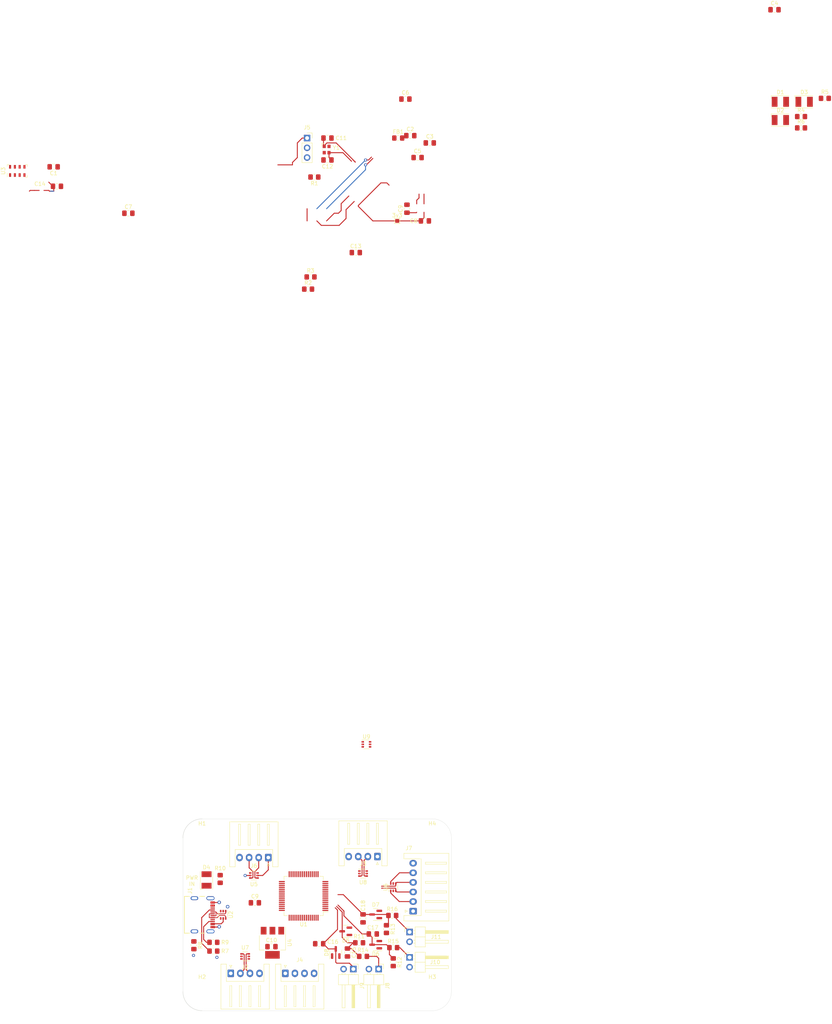
<source format=kicad_pcb>
(kicad_pcb (version 20211014) (generator pcbnew)
  (layers (0 "F.Cu" signal) (31 "B.Cu" signal) (34 "B.Paste" user) (35 "F.Paste" user) (36 "B.SilkS" user "B.Silkscreen") (37 "F.SilkS" user "F.Silkscreen") (38 "B.Mask" user) (39 "F.Mask" user) (44 "Edge.Cuts" user))
  (net 0 "")
  (net 1 "GND")
  (net 2 "+3V3")
  (net 3 "+3.3VA")
  (net 4 "/STM32F412/D+")
  (net 5 "/STM32F412/D-")
  (net 6 "VBUS")
  (net 7 "Net-(R1-Pad1)")
  (net 8 "/STM32F412/HSE_IN")
  (net 9 "/STM32F412/HSE_OUT")
  (net 10 "Net-(C13-Pad1)")
  (net 11 "/STM32F412/SCL")
  (net 12 "/STM32F412/SDA")
  (net 13 "/STM32F412/RX")
  (net 14 "/STM32F412/TX")
  (net 15 "/STM32F412/SWDCLK")
  (net 16 "/STM32F412/SWDIO")
  (net 17 "Net-(J5-Pad2)")
  (net 18 "/STM32F412/CAN_RX")
  (net 19 "/STM32F412/CAN_TX")
  (net 20 "Net-(D1-Pad2)")
  (net 21 "Net-(D2-Pad2)")
  (net 22 "Net-(D3-Pad2)")
  (net 23 "unconnected-(C9-Pad1)")
  (net 24 "Net-(J1-PadA5)")
  (net 26 "Net-(J1-PadB5)")
  (net 28 "Net-(J1-PadS1)")
  (net 29 "/STM32F412/ADC1_IN1")
  (net 50 "/STM32F412/ADC1_IN0")
  (net 51 "/STM32F412/ADC1_IN2")
  (net 61 "/STM32F412/ADC1_IN3")
  (net 62 "/STM32F412/I2S2_ext_SD")
  (net 63 "/STM32F412/I2S2_SD")
  (net 64 "/STM32F412/I2S2_CK")
  (net 65 "/STM32F412/I2S2_WS")
  (net 66 "Net-(J8-Pad1)")
  (net 75 "Net-(D4-Pad2)")
  (net 76 "Net-(J10-Pad1)")
  (net 77 "Net-(J11-Pad1)")
  (footprint "Capacitor_SMD:C_0805_2012Metric_Pad1.18x1.45mm_HandSolder" (layer "F.Cu") (at 91.303928 -104.942 180)
    (fp_text reference "C1")
    (fp_text value "10u")
  )
  (footprint "Capacitor_SMD:C_0805_2012Metric_Pad1.18x1.45mm_HandSolder" (layer "F.Cu") (at 184.2725 -113.07)
    (fp_text reference "C2")
    (fp_text value "100n")
  )
  (footprint "Capacitor_SMD:C_0805_2012Metric_Pad1.18x1.45mm_HandSolder" (layer "F.Cu") (at 189.3525 -111.165)
    (fp_text reference "C3")
    (fp_text value "100n")
  )
  (footprint "Capacitor_SMD:C_0805_2012Metric_Pad1.18x1.45mm_HandSolder" (layer "F.Cu") (at 279.224 -145.888)
    (fp_text reference "C4")
    (fp_text value "100n")
  )
  (footprint "Capacitor_SMD:C_0805_2012Metric_Pad1.18x1.45mm_HandSolder" (layer "F.Cu") (at 186.1775 -107.355)
    (fp_text reference "C5")
    (fp_text value "100n")
  )
  (footprint "Capacitor_SMD:C_0805_2012Metric_Pad1.18x1.45mm_HandSolder" (layer "F.Cu") (at 183.0025 -122.595)
    (fp_text reference "C6")
    (fp_text value "10n")
  )
  (footprint "Capacitor_SMD:C_0805_2012Metric_Pad1.18x1.45mm_HandSolder" (layer "F.Cu") (at 110.7825 -92.836999)
    (fp_text reference "C7")
    (fp_text value "1u")
  )
  (footprint "Capacitor_SMD:C_0805_2012Metric_Pad1.18x1.45mm_HandSolder" (layer "F.Cu") (at 188.0825 -90.845)
    (fp_text reference "C8")
    (fp_text value "1u")
  )
  (footprint "Package_QFP:LQFP-64_10x10mm_P0.5mm" (layer "F.Cu") (at 156.464 85.09 180)
    (fp_text reference "U1")
    (fp_text value "STM32F412RGTx")
  )
  (footprint "MountingHole:MountingHole_3.2mm_M3_DIN965" (layer "F.Cu") (at 130 70)
    (fp_text reference "H1")
    (fp_text value "MountingHole")
  )
  (footprint "MountingHole:MountingHole_3.2mm_M3_DIN965" (layer "F.Cu") (at 130 110)
    (fp_text reference "H2")
    (fp_text value "MountingHole")
  )
  (footprint "MountingHole:MountingHole_3.2mm_M3_DIN965" (layer "F.Cu") (at 190 110)
    (fp_text reference "H3")
    (fp_text value "MountingHole")
  )
  (footprint "MountingHole:MountingHole_3.2mm_M3_DIN965" (layer "F.Cu") (at 190 70)
    (fp_text reference "H4")
    (fp_text value "MountingHole")
  )
  (footprint "Inductor_SMD:L_0805_2012Metric_Pad1.15x1.40mm_HandSolder" (layer "F.Cu") (at 181.135 -112.435)
    (fp_text reference "FB1")
    (fp_text value "Ferrite_Bead_Small")
  )
  (footprint "Package_TO_SOT_SMD:SOT-363_SC-70-6" (layer "F.Cu") (at 135.5 90 -90)
    (fp_text reference "U2")
    (fp_text value "NUP4202")
  )
  (footprint "Package_LGA:LGA-8_3x5mm_P1.25mm" (layer "F.Cu") (at 81.815 -103.867 90)
    (fp_text reference "U3")
    (fp_text value "MS5611-01BA")
  )
  (footprint "Capacitor_SMD:C_0805_2012Metric_Pad1.18x1.45mm_HandSolder" (layer "F.Cu") (at 183.405 -94.02 90)
    (fp_text reference "C9")
    (fp_text value "10n")
  )
  (footprint "Capacitor_SMD:C_0805_2012Metric_Pad1.18x1.45mm_HandSolder" (layer "F.Cu") (at 148.082 98.298)
    (fp_text reference "C10")
    (fp_text value "10u")
  )
  (footprint "Resistor_SMD:R_0805_2012Metric_Pad1.20x1.40mm_HandSolder" (layer "F.Cu") (at 159.275 -102.275 180)
    (fp_text reference "R1")
    (fp_text value "10k")
  )
  (footprint "Capacitor_SMD:C_0805_2012Metric_Pad1.18x1.45mm_HandSolder" (layer "F.Cu") (at 162.6825 -112.435)
    (fp_text reference "C11")
    (fp_text value "14p")
  )
  (footprint "Capacitor_SMD:C_0805_2012Metric_Pad1.18x1.45mm_HandSolder" (layer "F.Cu") (at 162.6825 -106.72 180)
    (fp_text reference "C12")
    (fp_text value "14p")
  )
  (footprint "Capacitor_SMD:C_0805_2012Metric_Pad1.18x1.45mm_HandSolder" (layer "F.Cu") (at 170.07 -82.59)
    (fp_text reference "C13")
    (fp_text value "100n")
  )
  (footprint "Capacitor_SMD:C_0805_2012Metric_Pad1.18x1.45mm_HandSolder" (layer "F.Cu") (at 92.171428 -99.862 180)
    (fp_text reference "C14")
    (fp_text value "100n")
  )
  (footprint "Connector_PinSocket_2.54mm:PinSocket_1x03_P2.54mm_Vertical" (layer "F.Cu") (at 157.37 -112.435)
    (fp_text reference "J5")
    (fp_text value "Conn_01x03")
  )
  (footprint "Resistor_SMD:R_0805_2012Metric_Pad1.20x1.40mm_HandSolder" (layer "F.Cu") (at 157.64 -73.065)
    (fp_text reference "R2")
    (fp_text value "10k")
  )
  (footprint "Resistor_SMD:R_0805_2012Metric_Pad1.20x1.40mm_HandSolder" (layer "F.Cu") (at 158.275 -76.24)
    (fp_text reference "R3")
    (fp_text value "10k")
  )
  (footprint "TestPoint:TestPoint_Pad_1.0x1.0mm" (layer "F.Cu") (at 180.865 -90.845)
    (fp_text reference "3v3")
    (fp_text value "TestPoint")
  )
  (footprint "Crystal:Crystal_SMD_Abracon_ABM10-4Pin_2.5x2.0mm" (layer "F.Cu") (at 162.46 -109.45)
    (fp_text reference "Y1")
    (fp_text value "Crystal_GND24_Small")
  )
  (footprint "LED_SMD:LED_PLCC-2" (layer "F.Cu") (at 280.748 -121.885)
    (fp_text reference "D1")
    (fp_text value "LED")
  )
  (footprint "LED_SMD:LED_PLCC-2" (layer "F.Cu") (at 280.748 -117.135)
    (fp_text reference "D2")
    (fp_text value "LED")
  )
  (footprint "LED_SMD:LED_PLCC-2" (layer "F.Cu") (at 286.948 -121.885)
    (fp_text reference "D3")
    (fp_text value "LED")
  )
  (footprint "Resistor_SMD:R_0805_2012Metric_Pad1.20x1.40mm_HandSolder" (layer "F.Cu") (at 286.148 -118.035)
    (fp_text reference "R4")
    (fp_text value "10k")
  )
  (footprint "Resistor_SMD:R_0805_2012Metric_Pad1.20x1.40mm_HandSolder" (layer "F.Cu") (at 292.348 -122.785)
    (fp_text reference "R5")
    (fp_text value "10k")
  )
  (footprint "Resistor_SMD:R_0805_2012Metric_Pad1.20x1.40mm_HandSolder" (layer "F.Cu") (at 286.148 -115.085)
    (fp_text reference "R6")
    (fp_text value "10k")
  )
  (footprint "Resistor_SMD:R_0805_2012Metric_Pad1.20x1.40mm_HandSolder" (layer "F.Cu") (at 127.858 97.938 -90)
    (fp_text reference "R8")
    (fp_text value "1M")
  )
  (footprint "Connector_JST:JST_XH_S4B-XH-A_1x04_P2.50mm_Horizontal" (layer "F.Cu") (at 137.474 105.262)
    (fp_text reference "J2")
    (fp_text value "Conn_01x04")
  )
  (footprint "Resistor_SMD:R_0805_2012Metric_Pad1.20x1.40mm_HandSolder" (layer "F.Cu") (at 132.938 97.176)
    (fp_text reference "R9")
    (fp_text value "5.11k")
  )
  (footprint "Resistor_SMD:R_0805_2012Metric_Pad1.20x1.40mm_HandSolder" (layer "F.Cu") (at 179.578 90.17)
    (fp_text reference "R16")
    (fp_text value "10k")
  )
  (footprint "Resistor_SMD:R_0805_2012Metric_Pad1.20x1.40mm_HandSolder" (layer "F.Cu") (at 178.054 93.726 -90)
    (fp_text reference "R13")
    (fp_text value "10k")
  )
  (footprint "Resistor_SMD:R_0805_2012Metric_Pad1.20x1.40mm_HandSolder" (layer "F.Cu") (at 170.942 97.282)
    (fp_text reference "R11")
    (fp_text value "10k")
  )
  (footprint "Package_TO_SOT_SMD:SOT-363_SC-70-6" (layer "F.Cu") (at 172.84 45.578)
    (fp_text reference "U9")
    (fp_text value "NUP4202")
  )
  (footprint "Connector_JST:JST_XH_S4B-XH-A_1x04_P2.50mm_Horizontal" (layer "F.Cu") (at 151.698 105.262)
    (fp_text reference "J4")
    (fp_text value "Conn_01x04")
  )
  (footprint "Connector_JST:JST_XH_S4B-XH-A_1x04_P2.50mm_Horizontal" (layer "F.Cu") (at 147.26 75.078 180)
    (fp_text reference "J6")
    (fp_text value "Conn_01x04")
  )
  (footprint "Connector_PinHeader_2.54mm:PinHeader_1x02_P2.54mm_Horizontal" (layer "F.Cu") (at 169.423 104.14 -90)
    (fp_text reference "J9")
    (fp_text value "Conn_01x02")
  )
  (footprint "Resistor_SMD:R_0805_2012Metric_Pad1.20x1.40mm_HandSolder" (layer "F.Cu") (at 134.716 80.666 90)
    (fp_text reference "R10")
    (fp_text value "10k")
  )
  (footprint "Connector_JST:JST_XH_S6B-XH-A_1x06_P2.50mm_Horizontal" (layer "F.Cu") (at 185.018 89.054 90)
    (fp_text reference "J7")
    (fp_text value "Conn_01x06")
  )
  (footprint "MyLib:GCT_USB4105-GF-A" (layer "F.Cu") (at 128 90 -90)
    (fp_text reference "J1")
    (fp_text value "USB4105-GF-A")
  )
  (footprint "Capacitor_SMD:C_0805_2012Metric_Pad1.18x1.45mm_HandSolder" (layer "F.Cu") (at 143.764 86.868)
    (fp_text reference "C9")
    (fp_text value "100nF")
  )
  (footprint "Package_TO_SOT_SMD:SOT-23" (layer "F.Cu") (at 175.26 97.79 180)
    (fp_text reference "D6")
    (fp_text value "BAV99")
  )
  (footprint "Capacitor_SMD:C_0805_2012Metric_Pad1.18x1.45mm_HandSolder" (layer "F.Cu") (at 160.528 97.536 180)
    (fp_text reference "C16")
    (fp_text value "100pF")
  )
  (footprint "Package_TO_SOT_SMD:SOT-363_SC-70-6" (layer "F.Cu") (at 171.958 79.248)
    (fp_text reference "U8")
    (fp_text value "NUP4202")
  )
  (footprint "Package_TO_SOT_SMD:SOT-363_SC-70-6" (layer "F.Cu") (at 179.832 82.804 90)
    (fp_text reference "U6")
    (fp_text value "NUP4202")
  )
  (footprint "Capacitor_SMD:C_0805_2012Metric_Pad1.18x1.45mm_HandSolder" (layer "F.Cu") (at 167.894 99.822 -90)
    (fp_text reference "C15")
    (fp_text value "100pF")
  )
  (footprint "Package_TO_SOT_SMD:SOT-23" (layer "F.Cu") (at 164.846 99.822 90)
    (fp_text reference "D8")
    (fp_text value "BAV99")
  )
  (footprint "Connector_PinHeader_2.54mm:PinHeader_1x02_P2.54mm_Horizontal" (layer "F.Cu") (at 184.093 101.092)
    (fp_text reference "J10")
    (fp_text value "Conn_01x02")
  )
  (footprint "Resistor_SMD:R_0805_2012Metric_Pad1.20x1.40mm_HandSolder" (layer "F.Cu") (at 132.938 99.462)
    (fp_text reference "R7")
    (fp_text value "5.11k")
  )
  (footprint "Resistor_SMD:R_0805_2012Metric_Pad1.20x1.40mm_HandSolder" (layer "F.Cu") (at 179.832 102.362 -90)
    (fp_text reference "R12")
    (fp_text value "10k")
  )
  (footprint "Resistor_SMD:R_0805_2012Metric_Pad1.20x1.40mm_HandSolder" (layer "F.Cu") (at 179.832 98.552)
    (fp_text reference "R15")
    (fp_text value "10k")
  )
  (footprint "Capacitor_SMD:C_0805_2012Metric_Pad1.18x1.45mm_HandSolder" (layer "F.Cu") (at 171.958 90.932 -90)
    (fp_text reference "C18")
    (fp_text value "100pF")
  )
  (footprint "Connector_PinHeader_2.54mm:PinHeader_1x02_P2.54mm_Horizontal" (layer "F.Cu") (at 176.027 104.14 -90)
    (fp_text reference "J8")
    (fp_text value "Conn_01x02")
  )
  (footprint "Resistor_SMD:R_0805_2012Metric_Pad1.20x1.40mm_HandSolder" (layer "F.Cu") (at 171.958 100.838)
    (fp_text reference "R14")
    (fp_text value "10k")
  )
  (footprint "LED_SMD:LED_PLCC-2" (layer "F.Cu") (at 131.16 80.92 90)
    (fp_text reference "D4")
    (fp_text value "LED")
  )
  (footprint "Package_TO_SOT_SMD:SOT-23" (layer "F.Cu") (at 167.4645 94.3 180)
    (fp_text reference "D5")
    (fp_text value "BAV99")
  )
  (footprint "Capacitor_SMD:C_0805_2012Metric_Pad1.18x1.45mm_HandSolder" (layer "F.Cu") (at 174.498 94.996)
    (fp_text reference "C17")
    (fp_text value "100pF")
  )
  (footprint "Package_TO_SOT_SMD:SOT-363_SC-70-6" (layer "F.Cu") (at 143.51 79.756)
    (fp_text reference "U5")
    (fp_text value "NUP4202")
  )
  (footprint "Package_TO_SOT_SMD:SOT-23" (layer "F.Cu") (at 175.26 89.916 180)
    (fp_text reference "D7")
    (fp_text value "BAV99")
  )
  (footprint "Connector_JST:JST_XH_S4B-XH-A_1x04_P2.50mm_Horizontal" (layer "F.Cu") (at 175.708 74.824 180)
    (fp_text reference "J3")
    (fp_text value "Conn_01x04")
  )
  (footprint "Connector_PinHeader_2.54mm:PinHeader_1x02_P2.54mm_Horizontal" (layer "F.Cu") (at 184.093 94.488)
    (fp_text reference "J11")
    (fp_text value "Conn_01x02")
  )
  (footprint "Package_TO_SOT_SMD:SOT-363_SC-70-6" (layer "F.Cu") (at 141.224 100.838 180)
    (fp_text reference "U7")
    (fp_text value "NUP4202")
  )
  (footprint "Package_TO_SOT_SMD:SOT-223-3_TabPin2" (layer "F.Cu") (at 148.336 97.282 -90)
    (fp_text reference "U4")
    (fp_text value "AMS1117-3.3")
  )
  (gr_arc (start 195 110) (mid 193.535534 113.535534) (end 190 115) (layer "Edge.Cuts") (width 0.05))
  (gr_line (start 130 65) (end 190 65) (layer "Edge.Cuts") (width 0.05))
  (gr_arc (start 125 70) (mid 126.464466 66.464466) (end 130 65) (layer "Edge.Cuts") (width 0.1))
  (gr_arc (start 130 115) (mid 126.464466 113.535534) (end 125 110) (layer "Edge.Cuts") (width 0.1))
  (gr_arc (start 190 65) (mid 193.535534 66.464466) (end 195 70) (layer "Edge.Cuts") (width 0.05))
  (gr_line (start 195 110) (end 195 70) (layer "Edge.Cuts") (width 0.05))
  (gr_line (start 125 70) (end 125 110) (layer "Edge.Cuts") (width 0.05))
  (gr_line (start 130 115) (end 190 115) (layer "Edge.Cuts") (width 0.05))
  (gr_text "PWR\nIN" (at 127.35 81.174) (layer "F.SilkS") (effects (font (size 1 1))))
  (segment (start 186.55 -96.83) (end 185.95 -96.23) (width 0.25) (layer "F.Cu") (net 0))
  (segment (start 186.55 -97.83) (end 186.55 -96.83) (width 0.25) (layer "F.Cu") (net 0))
  (segment (start 185.95 -96.23) (end 185.95 -95.29) (width 0.25) (layer "F.Cu") (net 0))
  (segment (start 132.755 93.2) (end 134.374 93.2) (width 0.25) (layer "F.Cu") (net 1))
  (segment (start 91.33 -99.637) (end 90.03 -100.937) (width 0.25) (layer "F.Cu") (net 1))
  (segment (start 91.33 -98.592) (end 91.33 -99.637) (width 0.25) (layer "F.Cu") (net 1))
  (segment (start 141.224 79.756) (end 142.56 79.756) (width 0.25) (layer "F.Cu") (net 1))
  (segment (start 88.78 -98.787) (end 90.03 -98.787) (width 0.25) (layer "F.Cu") (net 1))
  (segment (start 134.424 86.8) (end 134.462 86.762) (width 0.25) (layer "F.Cu") (net 1))
  (segment (start 90.225 -98.592) (end 90.03 -98.787) (width 0.25) (layer "F.Cu") (net 1))
  (segment (start 132.755 86.8) (end 134.424 86.8) (width 0.25) (layer "F.Cu") (net 1))
  (segment (start 134.374 93.2) (end 134.462 93.112) (width 0.25) (layer "F.Cu") (net 1))
  (segment (start 91.33 -98.592) (end 90.225 -98.592) (width 0.25) (layer "F.Cu") (net 1))
  (via (at 134.462 93.112) (size 0.9) (drill 0.5) (layers "F.Cu" "B.Cu") (net 1))
  (via (at 134.462 86.762) (size 0.9) (drill 0.5) (layers "F.Cu" "B.Cu") (net 1))
  (via (at 136.652 87.884) (size 0.9) (drill 0.5) (layers "F.Cu" "B.Cu") (net 1))
  (via (at 127.762 100.584) (size 0.8) (drill 0.4) (layers "F.Cu" "B.Cu") (net 1))
  (via (at 141.224 79.756) (size 0.8) (drill 0.4) (layers "F.Cu" "B.Cu") (net 1))
  (via (at 133.858 101.092) (size 0.8) (drill 0.4) (layers "F.Cu" "B.Cu") (net 1))
  (segment (start 91.33 -98.592) (end 90.4625 -98.592) (width 0.25) (layer "B.Cu") (net 1))
  (segment (start 157.37 -90.845) (end 157.37 -94.02) (width 0.25) (layer "F.Cu") (net 2))
  (segment (start 178.156195 -100.755125) (end 176.622763 -100.755125) (width 0.25) (layer "F.Cu") (net 2))
  (segment (start 178.75066 -100.16066) (end 178.156195 -100.755125) (width 0.25) (layer "F.Cu") (net 2))
  (segment (start 187.045 -90.845) (end 180.865 -90.845) (width 0.25) (layer "F.Cu") (net 2))
  (segment (start 153.56 -106.085) (end 154.83 -107.355) (width 0.25) (layer "F.Cu") (net 2))
  (segment (start 156.1 -112.435) (end 157.37 -112.435) (width 0.25) (layer "F.Cu") (net 2))
  (segment (start 86.28 -98.787) (end 85.175 -98.787) (width 0.25) (layer "F.Cu") (net 2))
  (segment (start 144.46 79.756) (end 145.796 79.756) (width 0.25) (layer "F.Cu") (net 2))
  (segment (start 170.724998 -94.635002) (end 170.724998 -94.85736) (width 0.25) (layer "F.Cu") (net 2))
  (segment (start 187.85 -93.09) (end 187.85 -91.65) (width 0.25) (layer "F.Cu") (net 2))
  (segment (start 187.85 -91.65) (end 187.045 -90.845) (width 0.25) (layer "F.Cu") (net 2))
  (segment (start 85.175 -98.787) (end 84.98 -98.592) (width 0.25) (layer "F.Cu") (net 2))
  (segment (start 147.26 78.292) (end 147.26 75.078) (width 0.25) (layer "F.Cu") (net 2))
  (segment (start 176.622763 -100.755125) (end 170.724998 -94.85736) (width 0.25) (layer "F.Cu") (net 2))
  (segment (start 174.515 -90.845) (end 170.724998 -94.635002) (width 0.25) (layer "F.Cu") (net 2))
  (segment (start 153.56 -105.45) (end 153.56 -106.085) (width 0.25) (layer "F.Cu") (net 2))
  (segment (start 145.796 79.756) (end 147.26 78.292) (width 0.25) (layer "F.Cu") (net 2))
  (segment (start 149.75 -105.45) (end 153.56 -105.45) (width 0.25) (layer "F.Cu") (net 2))
  (segment (start 180.865 -90.845) (end 174.515 -90.845) (width 0.25) (layer "F.Cu") (net 2))
  (segment (start 86.28 -98.787) (end 87.53 -98.787) (width 0.25) (layer "F.Cu") (net 2))
  (segment (start 154.83 -107.355) (end 154.83 -111.165) (width 0.25) (layer "F.Cu") (net 2))
  (segment (start 154.83 -111.165) (end 156.1 -112.435) (width 0.25) (layer "F.Cu") (net 2))
  (segment (start 131.88 90.7) (end 131.88 89.8) (width 0.2) (layer "F.Cu") (net 4))
  (segment (start 132.755 90.75) (end 131.93 90.75) (width 0.2) (layer "F.Cu") (net 4))
  (segment (start 131.93 89.75) (end 132.755 89.75) (width 0.2) (layer "F.Cu") (net 4))
  (segment (start 132.755 90.75) (end 133.925 90.75) (width 0.2) (layer "F.Cu") (net 4))
  (segment (start 136.15 90.425) (end 136.15 90.95) (width 0.2) (layer "F.Cu") (net 4))
  (segment (start 135.895 90.17) (end 136.15 90.425) (width 0.2) (layer "F.Cu") (net 4))
  (segment (start 133.925 90.75) (end 134.505 90.17) (width 0.2) (layer "F.Cu") (net 4))
  (segment (start 134.505 90.17) (end 135.895 90.17) (width 0.2) (layer "F.Cu") (net 4))
  (segment (start 131.88 89.8) (end 131.93 89.75) (width 0.2) (layer "F.Cu") (net 4))
  (segment (start 131.93 90.75) (end 131.88 90.7) (width 0.2) (layer "F.Cu") (net 4))
  (segment (start 136.15 89.575) (end 135.975 89.75) (width 0.2) (layer "F.Cu") (net 5))
  (segment (start 132.755 90.25) (end 133.58 90.25) (width 0.2) (layer "F.Cu") (net 5))
  (segment (start 133.63 90.2) (end 133.63 89.3) (width 0.2) (layer "F.Cu") (net 5))
  (segment (start 134.08 89.75) (end 133.58 89.25) (width 0.2) (layer "F.Cu") (net 5))
  (segment (start 136.15 89.05) (end 136.15 89.575) (width 0.2) (layer "F.Cu") (net 5))
  (segment (start 133.58 89.25) (end 132.755 89.25) (width 0.2) (layer "F.Cu") (net 5))
  (segment (start 133.63 89.3) (end 133.58 89.25) (width 0.2) (layer "F.Cu") (net 5))
  (segment (start 133.58 90.25) (end 133.63 90.2) (width 0.2) (layer "F.Cu") (net 5))
  (segment (start 135.975 89.75) (end 134.08 89.75) (width 0.2) (layer "F.Cu") (net 5))
  (segment (start 134.983 92.337) (end 135.5 91.82) (width 0.25) (layer "F.Cu") (net 6))
  (segment (start 132.818 92.337) (end 134.983 92.337) (width 0.25) (layer "F.Cu") (net 6))
  (segment (start 135.5 91.82) (end 135.5 90.95) (width 0.25) (layer "F.Cu") (net 6))
  (segment (start 132.755 92.4) (end 132.818 92.337) (width 0.25) (layer "F.Cu") (net 6))
  (segment (start 187.85 -97.83) (end 187.85 -95.29) (width 0.25) (layer "F.Cu") (net 6))
  (segment (start 161.835 -110.460002) (end 161.835 -110.275) (width 0.25) (layer "F.Cu") (net 8))
  (segment (start 161.645 -112.435) (end 161.645 -110.465) (width 0.25) (layer "F.Cu") (net 8))
  (segment (start 169.310785 -106.772109) (end 169.90525 -106.177644) (width 0.25) (layer "F.Cu") (net 8))
  (segment (start 164.953232 -111.165) (end 162.539998 -111.165) (width 0.25) (layer "F.Cu") (net 8))
  (segment (start 162.539998 -111.165) (end 161.835 -110.460002) (width 0.25) (layer "F.Cu") (net 8))
  (segment (start 161.645 -110.465) (end 161.835 -110.275) (width 0.25) (layer "F.Cu") (net 8))
  (segment (start 169.90525 -106.177644) (end 169.940588 -106.177644) (width 0.25) (layer "F.Cu") (net 8))
  (segment (start 169.940588 -106.177644) (end 164.953232 -111.165) (width 0.25) (layer "F.Cu") (net 8))
  (segment (start 168.921893 -106.418555) (end 166.715448 -108.625) (width 0.25) (layer "F.Cu") (net 9))
  (segment (start 163.085 -107.355) (end 163.72 -106.72) (width 0.25) (layer "F.Cu") (net 9))
  (segment (start 168.957231 -106.418555) (end 168.921893 -106.418555) (width 0.25) (layer "F.Cu") (net 9))
  (segment (start 163.085 -108.625) (end 163.085 -107.355) (width 0.25) (layer "F.Cu") (net 9))
  (segment (start 166.715448 -108.625) (end 163.085 -108.625) (width 0.25) (layer "F.Cu") (net 9))
  (segment (start 141.599 100.188) (end 141.478 100.309) (width 0.25) (layer "F.Cu") (net 11))
  (segment (start 141.478 100.309) (end 141.478 104.266) (width 0.25) (layer "F.Cu") (net 11))
  (segment (start 142.174 100.188) (end 141.599 100.188) (width 0.25) (layer "F.Cu") (net 11))
  (segment (start 141.478 104.266) (end 142.474 105.262) (width 0.25) (layer "F.Cu") (net 11))
  (segment (start 140.799 100.188) (end 140.274 100.188) (width 0.25) (layer "F.Cu") (net 12))
  (segment (start 140.97 104.266) (end 140.97 100.359) (width 0.25) (layer "F.Cu") (net 12))
  (segment (start 140.97 100.359) (end 140.799 100.188) (width 0.25) (layer "F.Cu") (net 12))
  (segment (start 139.974 105.262) (end 140.97 104.266) (width 0.25) (layer "F.Cu") (net 12))
  (segment (start 171.704 75.82) (end 170.708 74.824) (width 0.25) (layer "F.Cu") (net 13))
  (segment (start 168.250125 -97.332233) (end 166.26 -95.342108) (width 0.25) (layer "F.Cu") (net 13))
  (segment (start 171.533 79.898) (end 171.704 79.727) (width 0.25) (layer "F.Cu") (net 13))
  (segment (start 166.26 -95.342108) (end 166.26 -93.550998) (width 0.25) (layer "F.Cu") (net 13))
  (segment (start 171.008 79.898) (end 171.533 79.898) (width 0.25) (layer "F.Cu") (net 13))
  (segment (start 165.554001 -92.844999) (end 164.449999 -92.844999) (width 0.25) (layer "F.Cu") (net 13))
  (segment (start 171.704 79.727) (end 171.704 75.82) (width 0.25) (layer "F.Cu") (net 13))
  (segment (start 166.26 -93.550998) (end 165.554001 -92.844999) (width 0.25) (layer "F.Cu") (net 13))
  (segment (start 164.449999 -92.844999) (end 162.45 -90.845) (width 0.25) (layer "F.Cu") (net 13))
  (segment (start 172.212 75.82) (end 173.208 74.824) (width 0.25) (layer "F.Cu") (net 14))
  (segment (start 172.333 79.898) (end 172.212 79.777) (width 0.25) (layer "F.Cu") (net 14))
  (segment (start 165.719999 -89.669999) (end 161.085001 -89.669999) (width 0.25) (layer "F.Cu") (net 14))
  (segment (start 169.664338 -95.91802) (end 167.53 -93.783682) (width 0.25) (layer "F.Cu") (net 14))
  (segment (start 161.085001 -89.669999) (end 159.91 -90.845) (width 0.25) (layer "F.Cu") (net 14))
  (segment (start 167.53 -91.48) (end 165.719999 -89.669999) (width 0.25) (layer "F.Cu") (net 14))
  (segment (start 172.212 79.777) (end 172.212 75.82) (width 0.25) (layer "F.Cu") (net 14))
  (segment (start 172.908 79.898) (end 172.333 79.898) (width 0.25) (layer "F.Cu") (net 14))
  (segment (start 167.53 -93.783682) (end 167.53 -91.48) (width 0.25) (layer "F.Cu") (net 14))
  (segment (start 143.085 80.406) (end 142.56 80.406) (width 0.25) (layer "F.Cu") (net 15))
  (segment (start 143.256 80.235) (end 143.085 80.406) (width 0.25) (layer "F.Cu") (net 15))
  (segment (start 142.26 75.078) (end 142.26 77.744) (width 0.25) (layer "F.Cu") (net 15))
  (segment (start 142.26 77.744) (end 143.256 78.74) (width 0.25) (layer "F.Cu") (net 15))
  (segment (start 143.256 78.74) (end 143.256 80.235) (width 0.25) (layer "F.Cu") (net 15))
  (segment (start 143.764 78.74) (end 144.76 77.744) (width 0.25) (layer "F.Cu") (net 16))
  (segment (start 143.764 80.285) (end 143.764 78.74) (width 0.25) (layer "F.Cu") (net 16))
  (segment (start 144.46 80.406) (end 143.885 80.406) (width 0.25) (layer "F.Cu") (net 16))
  (segment (start 143.885 80.406) (end 143.764 80.285) (width 0.25) (layer "F.Cu") (net 16))
  (segment (start 144.76 77.744) (end 144.76 75.078) (width 0.25) (layer "F.Cu") (net 16))
  (segment (start 172.832358 -105.45) (end 172.61 -105.45) (width 0.25) (layer "F.Cu") (net 18))
  (segment (start 174.50802 -107.125662) (end 172.832358 -105.45) (width 0.25) (layer "F.Cu") (net 18))
  (via (at 172.61 -105.45) (size 0.8) (drill 0.4) (layers "F.Cu" "B.Cu") (net 18))
  (segment (start 172.61 -104.18) (end 162.45 -94.02) (width 0.25) (layer "B.Cu") (net 18))
  (segment (start 172.61 -105.45) (end 172.61 -104.18) (width 0.25) (layer "B.Cu") (net 18))
  (segment (start 173.39525 -106.72) (end 172.61 -106.72) (width 0.25) (layer "F.Cu") (net 19))
  (segment (start 174.154466 -107.479216) (end 173.39525 -106.72) (width 0.25) (layer "F.Cu") (net 19))
  (via (at 172.61 -106.72) (size 0.8) (drill 0.4) (layers "F.Cu" "B.Cu") (net 19))
  (segment (start 172.61 -106.72) (end 159.91 -94.02) (width 0.25) (layer "B.Cu") (net 19))
  (segment (start 185.8425 -92.9825) (end 185.95 -93.09) (width 0.25) (layer "F.Cu") (net 23))
  (segment (start 183.405 -92.9825) (end 185.8425 -92.9825) (width 0.25) (layer "F.Cu") (net 23))
  (segment (start 129.89 90.74) (end 131.88 88.75) (width 0.25) (layer "F.Cu") (net 24))
  (segment (start 131.938 99.462) (end 129.89 97.414) (width 0.25) (layer "F.Cu") (net 24))
  (segment (start 131.88 88.75) (end 132.755 88.75) (width 0.25) (layer "F.Cu") (net 24))
  (segment (start 129.89 97.414) (end 129.89 90.74) (width 0.25) (layer "F.Cu") (net 24))
  (segment (start 131.76 91.75) (end 132.755 91.75) (width 0.25) (layer "F.Cu") (net 26))
  (segment (start 130.398 93.112) (end 131.76 91.75) (width 0.25) (layer "F.Cu") (net 26))
  (segment (start 131.938 97.176) (end 131.16 97.176) (width 0.25) (layer "F.Cu") (net 26))
  (segment (start 130.398 96.414) (end 130.398 93.112) (width 0.25) (layer "F.Cu") (net 26))
  (segment (start 131.16 97.176) (end 130.398 96.414) (width 0.25) (layer "F.Cu") (net 26))
  (segment (start 166.527 95.915) (end 167.894 97.282) (width 0.25) (layer "F.Cu") (net 29))
  (segment (start 166.527 94.3) (end 166.527 95.915) (width 0.25) (layer "F.Cu") (net 29))
  (segment (start 166.527 89.286806) (end 165.060928 87.820734) (width 0.25) (layer "F.Cu") (net 29))
  (segment (start 169.3965 97.282) (end 167.894 98.7845) (width 0.25) (layer "F.Cu") (net 29))
  (segment (start 168.9045 98.7845) (end 170.958 100.838) (width 0.25) (layer "F.Cu") (net 29))
  (segment (start 167.894 98.7845) (end 168.9045 98.7845) (width 0.25) (layer "F.Cu") (net 29))
  (segment (start 169.942 97.282) (end 169.3965 97.282) (width 0.25) (layer "F.Cu") (net 29))
  (segment (start 167.894 97.282) (end 169.942 97.282) (width 0.25) (layer "F.Cu") (net 29))
  (segment (start 166.527 94.3) (end 166.527 89.286806) (width 0.25) (layer "F.Cu") (net 29))
  (segment (start 168.402 102.616) (end 165.1 102.616) (width 0.25) (layer "F.Cu") (net 50))
  (segment (start 161.5655 97.536) (end 162.914 98.8845) (width 0.25) (layer "F.Cu") (net 50))
  (segment (start 165.301829 93.799671) (end 161.5655 97.536) (width 0.25) (layer "F.Cu") (net 50))
  (segment (start 164.846 102.362) (end 164.846 98.8845) (width 0.25) (layer "F.Cu") (net 50))
  (segment (start 169.423 104.14) (end 169.423 103.637) (width 0.25) (layer "F.Cu") (net 50))
  (segment (start 169.423 103.637) (end 168.402 102.616) (width 0.25) (layer "F.Cu") (net 50))
  (segment (start 165.1 102.616) (end 164.846 102.362) (width 0.25) (layer "F.Cu") (net 50))
  (segment (start 164.707375 88.174287) (end 165.301829 88.768741) (width 0.25) (layer "F.Cu") (net 50))
  (segment (start 162.914 98.8845) (end 164.846 98.8845) (width 0.25) (layer "F.Cu") (net 50))
  (segment (start 165.301829 88.768741) (end 165.301829 93.799671) (width 0.25) (layer "F.Cu") (net 50))
  (segment (start 166.977 90.269) (end 166.977 89.0297) (width 0.25) (layer "F.Cu") (net 51))
  (segment (start 166.977 89.0297) (end 165.414481 87.467181) (width 0.25) (layer "F.Cu") (net 51))
  (segment (start 174.3225 95.858) (end 174.3225 97.79) (width 0.25) (layer "F.Cu") (net 51))
  (segment (start 171.704 94.996) (end 166.977 90.269) (width 0.25) (layer "F.Cu") (net 51))
  (segment (start 173.4605 94.996) (end 174.3225 95.858) (width 0.25) (layer "F.Cu") (net 51))
  (segment (start 173.4605 94.996) (end 171.704 94.996) (width 0.25) (layer "F.Cu") (net 51))
  (segment (start 178.832 100.362) (end 179.832 101.362) (width 0.25) (layer "F.Cu") (net 51))
  (segment (start 178.832 98.552) (end 178.832 100.362) (width 0.25) (layer "F.Cu") (net 51))
  (segment (start 178.07 97.79) (end 178.832 98.552) (width 0.25) (layer "F.Cu") (net 51))
  (segment (start 174.3225 97.79) (end 178.07 97.79) (width 0.25) (layer "F.Cu") (net 51))
  (segment (start 174.3225 89.916) (end 171.9795 89.916) (width 0.25) (layer "F.Cu") (net 61))
  (segment (start 178.578 92.202) (end 178.054 92.726) (width 0.25) (layer "F.Cu") (net 61))
  (segment (start 171.958 89.8945) (end 166.808319 84.744819) (width 0.25) (layer "F.Cu") (net 61))
  (segment (start 171.9795 89.916) (end 171.958 89.8945) (width 0.25) (layer "F.Cu") (net 61))
  (segment (start 178.324 89.916) (end 178.578 90.17) (width 0.25) (layer "F.Cu") (net 61))
  (segment (start 166.808319 84.744819) (end 165.414481 84.744819) (width 0.25) (layer "F.Cu") (net 61))
  (segment (start 174.3225 89.916) (end 178.324 89.916) (width 0.25) (layer "F.Cu") (net 61))
  (segment (start 178.578 90.17) (end 178.578 92.202) (width 0.25) (layer "F.Cu") (net 61))
  (segment (start 179.182 84.329) (end 179.182 83.754) (width 0.25) (layer "F.Cu") (net 62))
  (segment (start 185.018 86.554) (end 181.407 86.554) (width 0.25) (layer "F.Cu") (net 62))
  (segment (start 181.407 86.554) (end 179.182 84.329) (width 0.25) (layer "F.Cu") (net 62))
  (segment (start 180.482 83.179) (end 180.361 83.058) (width 0.25) (layer "F.Cu") (net 63))
  (segment (start 180.482 83.754) (end 180.482 83.179) (width 0.25) (layer "F.Cu") (net 63))
  (segment (start 180.782 84.054) (end 180.482 83.754) (width 0.25) (layer "F.Cu") (net 63))
  (segment (start 180.361 83.058) (end 176.784 83.058) (width 0.25) (layer "F.Cu") (net 63))
  (segment (start 185.018 84.054) (end 180.782 84.054) (width 0.25) (layer "F.Cu") (net 63))
  (segment (start 180.482 81.854) (end 180.482 82.429) (width 0.25) (layer "F.Cu") (net 64))
  (segment (start 180.482 82.429) (end 180.361 82.55) (width 0.25) (layer "F.Cu") (net 64))
  (segment (start 180.782 81.554) (end 180.482 81.854) (width 0.25) (layer "F.Cu") (net 64))
  (segment (start 185.018 81.554) (end 180.782 81.554) (width 0.25) (layer "F.Cu") (net 64))
  (segment (start 180.361 82.55) (end 176.784 82.55) (width 0.25) (layer "F.Cu") (net 64))
  (segment (start 185.018 79.054) (end 181.457 79.054) (width 0.25) (layer "F.Cu") (net 65))
  (segment (start 179.182 81.329) (end 179.182 81.854) (width 0.25) (layer "F.Cu") (net 65))
  (segment (start 181.457 79.054) (end 179.182 81.329) (width 0.25) (layer "F.Cu") (net 65))
  (segment (start 175.514 100.838) (end 176.027 101.351) (width 0.25) (layer "F.Cu") (net 66))
  (segment (start 176.027 101.351) (end 176.027 104.14) (width 0.25) (layer "F.Cu") (net 66))
  (segment (start 172.958 100.838) (end 175.514 100.838) (width 0.25) (layer "F.Cu") (net 66))
  (segment (start 180.832 98.552) (end 181.553 98.552) (width 0.25) (layer "F.Cu") (net 76))
  (segment (start 181.553 98.552) (end 184.093 101.092) (width 0.25) (layer "F.Cu") (net 76))
  (segment (start 180.578 90.973) (end 184.093 94.488) (width 0.25) (layer "F.Cu") (net 77))
  (segment (start 180.578 90.17) (end 180.578 90.973) (width 0.25) (layer "F.Cu") (net 77))
)
</source>
